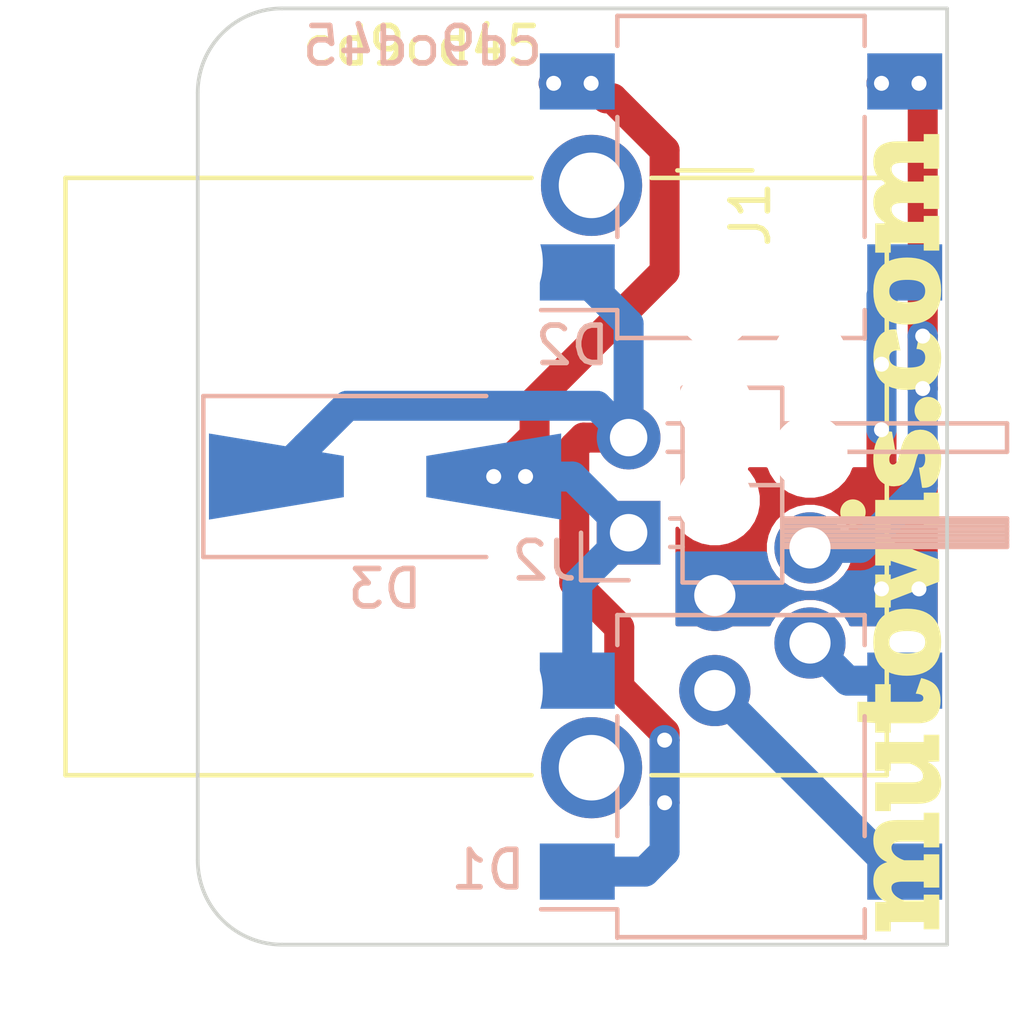
<source format=kicad_pcb>
(kicad_pcb (version 20171130) (host pcbnew 5.1.0-rc1)

  (general
    (thickness 1.6)
    (drawings 8)
    (tracks 71)
    (zones 0)
    (modules 8)
    (nets 8)
  )

  (page A4)
  (layers
    (0 F.Cu signal)
    (31 B.Cu signal)
    (32 B.Adhes user)
    (33 F.Adhes user)
    (34 B.Paste user)
    (35 F.Paste user)
    (36 B.SilkS user)
    (37 F.SilkS user)
    (38 B.Mask user)
    (39 F.Mask user)
    (40 Dwgs.User user)
    (41 Cmts.User user)
    (42 Eco1.User user)
    (43 Eco2.User user)
    (44 Edge.Cuts user)
    (45 Margin user)
    (46 B.CrtYd user)
    (47 F.CrtYd user)
    (48 B.Fab user)
    (49 F.Fab user)
  )

  (setup
    (last_trace_width 0.25)
    (user_trace_width 0.4)
    (user_trace_width 0.8)
    (trace_clearance 0.2)
    (zone_clearance 0.2)
    (zone_45_only no)
    (trace_min 0.2)
    (via_size 0.8)
    (via_drill 0.4)
    (via_min_size 0.4)
    (via_min_drill 0.3)
    (uvia_size 0.3)
    (uvia_drill 0.1)
    (uvias_allowed no)
    (uvia_min_size 0.2)
    (uvia_min_drill 0.1)
    (edge_width 0.1)
    (segment_width 0.2)
    (pcb_text_width 0.3)
    (pcb_text_size 1.5 1.5)
    (mod_edge_width 0.15)
    (mod_text_size 1 1)
    (mod_text_width 0.15)
    (pad_size 2 2)
    (pad_drill 2)
    (pad_to_mask_clearance 0)
    (aux_axis_origin 0 0)
    (visible_elements FFFFFF7F)
    (pcbplotparams
      (layerselection 0x010fc_ffffffff)
      (usegerberextensions false)
      (usegerberattributes false)
      (usegerberadvancedattributes false)
      (creategerberjobfile false)
      (excludeedgelayer true)
      (linewidth 0.100000)
      (plotframeref false)
      (viasonmask false)
      (mode 1)
      (useauxorigin false)
      (hpglpennumber 1)
      (hpglpenspeed 20)
      (hpglpendiameter 15.000000)
      (psnegative false)
      (psa4output false)
      (plotreference true)
      (plotvalue true)
      (plotinvisibletext false)
      (padsonsilk false)
      (subtractmaskfromsilk false)
      (outputformat 1)
      (mirror false)
      (drillshape 0)
      (scaleselection 1)
      (outputdirectory "output/"))
  )

  (net 0 "")
  (net 1 "Net-(D1-Pad4)")
  (net 2 "Net-(D1-Pad3)")
  (net 3 "Net-(D1-Pad2)")
  (net 4 "Net-(D1-Pad1)")
  (net 5 "Net-(D2-Pad3)")
  (net 6 "Net-(D2-Pad4)")
  (net 7 "Net-(J1-PadSH)")

  (net_class Default "This is the default net class."
    (clearance 0.2)
    (trace_width 0.25)
    (via_dia 0.8)
    (via_drill 0.4)
    (uvia_dia 0.3)
    (uvia_drill 0.1)
    (add_net "Net-(D1-Pad1)")
    (add_net "Net-(D1-Pad2)")
    (add_net "Net-(D1-Pad3)")
    (add_net "Net-(D1-Pad4)")
    (add_net "Net-(D2-Pad3)")
    (add_net "Net-(D2-Pad4)")
    (add_net "Net-(J1-PadSH)")
  )

  (module Diode_SMD:Diode_Bridge_Vishay_DFS (layer B.Cu) (tedit 5A4F675E) (tstamp 5C6A2C84)
    (at 14.5 -4.5)
    (descr "SMD diode bridge DFS, see http://www.vishay.com/docs/88854/padlayouts.pdf")
    (tags DFS)
    (path /5C69C5D5)
    (attr smd)
    (fp_text reference D1 (at -6.75 2.5) (layer B.SilkS)
      (effects (font (size 1 1) (thickness 0.15)) (justify mirror))
    )
    (fp_text value DF01M (at 0 -5.2) (layer B.Fab)
      (effects (font (size 1 1) (thickness 0.15)) (justify mirror))
    )
    (fp_line (start 3.302 4.318) (end 3.302 4.318) (layer B.SilkS) (width 0.12))
    (fp_line (start 3.302 3.556) (end 3.302 4.318) (layer B.SilkS) (width 0.12))
    (fp_line (start -5.334 3.556) (end -5.334 3.556) (layer B.SilkS) (width 0.12))
    (fp_line (start -3.302 3.556) (end -5.334 3.556) (layer B.SilkS) (width 0.12))
    (fp_line (start -3.302 4.318) (end -3.302 3.556) (layer B.SilkS) (width 0.12))
    (fp_text user %R (at 0 0.065) (layer B.Fab)
      (effects (font (size 1 1) (thickness 0.15)) (justify mirror))
    )
    (fp_line (start -3.3 -3.5) (end -3.3 -4.3) (layer B.SilkS) (width 0.12))
    (fp_line (start -3.3 -4.3) (end 3.3 -4.3) (layer B.SilkS) (width 0.12))
    (fp_line (start 3.3 -4.3) (end 3.3 -3.5) (layer B.SilkS) (width 0.12))
    (fp_line (start -3.3 1.6) (end -3.3 -1.6) (layer B.SilkS) (width 0.12))
    (fp_line (start 3.3 1.6) (end 3.3 -1.6) (layer B.SilkS) (width 0.12))
    (fp_line (start -3.3 4.3) (end 3.3 4.3) (layer B.SilkS) (width 0.12))
    (fp_line (start 3.2 4.2) (end 3.2 -4.2) (layer B.Fab) (width 0.12))
    (fp_line (start 3.2 -4.2) (end -3.2 -4.2) (layer B.Fab) (width 0.12))
    (fp_line (start -3.2 -4.2) (end -3.2 3.3) (layer B.Fab) (width 0.12))
    (fp_line (start -3.2 3.3) (end -2.3 4.2) (layer B.Fab) (width 0.12))
    (fp_line (start -2.3 4.2) (end 3.2 4.2) (layer B.Fab) (width 0.12))
    (fp_line (start -5.62 4.45) (end 5.62 4.45) (layer B.CrtYd) (width 0.05))
    (fp_line (start -5.62 4.45) (end -5.62 -4.45) (layer B.CrtYd) (width 0.05))
    (fp_line (start 5.62 -4.45) (end 5.62 4.45) (layer B.CrtYd) (width 0.05))
    (fp_line (start 5.62 -4.45) (end -5.62 -4.45) (layer B.CrtYd) (width 0.05))
    (pad 1 smd rect (at -4.37 2.55) (size 2 1.5) (layers B.Cu B.Paste B.Mask)
      (net 4 "Net-(D1-Pad1)"))
    (pad 2 smd rect (at -4.37 -2.55) (size 2 1.5) (layers B.Cu B.Paste B.Mask)
      (net 3 "Net-(D1-Pad2)"))
    (pad 3 smd rect (at 4.37 -2.55) (size 2 1.5) (layers B.Cu B.Paste B.Mask)
      (net 2 "Net-(D1-Pad3)"))
    (pad 4 smd rect (at 4.37 2.55) (size 2 1.5) (layers B.Cu B.Paste B.Mask)
      (net 1 "Net-(D1-Pad4)"))
    (model ${KISYS3DMOD}/Diode_SMD.3dshapes/Diode_Bridge_Vishay_DFS.wrl
      (at (xyz 0 0 0))
      (scale (xyz 1 1 1))
      (rotate (xyz 0 0 0))
    )
  )

  (module Diode_SMD:Diode_Bridge_Vishay_DFS (layer B.Cu) (tedit 5A4F675E) (tstamp 5C6A5447)
    (at 14.5 -20.5)
    (descr "SMD diode bridge DFS, see http://www.vishay.com/docs/88854/padlayouts.pdf")
    (tags DFS)
    (path /5C69AD6E)
    (attr smd)
    (fp_text reference D2 (at -4.5 4.5) (layer B.SilkS)
      (effects (font (size 1 1) (thickness 0.15)) (justify mirror))
    )
    (fp_text value DF01M (at 0 -5.2) (layer B.Fab) hide
      (effects (font (size 1 1) (thickness 0.15)) (justify mirror))
    )
    (fp_line (start 5.62 -4.45) (end -5.62 -4.45) (layer B.CrtYd) (width 0.05))
    (fp_line (start 5.62 -4.45) (end 5.62 4.45) (layer B.CrtYd) (width 0.05))
    (fp_line (start -5.62 4.45) (end -5.62 -4.45) (layer B.CrtYd) (width 0.05))
    (fp_line (start -5.62 4.45) (end 5.62 4.45) (layer B.CrtYd) (width 0.05))
    (fp_line (start -2.3 4.2) (end 3.2 4.2) (layer B.Fab) (width 0.12))
    (fp_line (start -3.2 3.3) (end -2.3 4.2) (layer B.Fab) (width 0.12))
    (fp_line (start -3.2 -4.2) (end -3.2 3.3) (layer B.Fab) (width 0.12))
    (fp_line (start 3.2 -4.2) (end -3.2 -4.2) (layer B.Fab) (width 0.12))
    (fp_line (start 3.2 4.2) (end 3.2 -4.2) (layer B.Fab) (width 0.12))
    (fp_line (start -3.3 4.3) (end 3.3 4.3) (layer B.SilkS) (width 0.12))
    (fp_line (start 3.3 1.6) (end 3.3 -1.6) (layer B.SilkS) (width 0.12))
    (fp_line (start -3.3 1.6) (end -3.3 -1.6) (layer B.SilkS) (width 0.12))
    (fp_line (start 3.3 -4.3) (end 3.3 -3.5) (layer B.SilkS) (width 0.12))
    (fp_line (start -3.3 -4.3) (end 3.3 -4.3) (layer B.SilkS) (width 0.12))
    (fp_line (start -3.3 -3.5) (end -3.3 -4.3) (layer B.SilkS) (width 0.12))
    (fp_text user %R (at 0 0.065) (layer B.Fab)
      (effects (font (size 1 1) (thickness 0.15)) (justify mirror))
    )
    (fp_line (start -3.302 4.318) (end -3.302 3.556) (layer B.SilkS) (width 0.12))
    (fp_line (start -3.302 3.556) (end -5.334 3.556) (layer B.SilkS) (width 0.12))
    (fp_line (start -5.334 3.556) (end -5.334 3.556) (layer B.SilkS) (width 0.12))
    (fp_line (start 3.302 3.556) (end 3.302 4.318) (layer B.SilkS) (width 0.12))
    (fp_line (start 3.302 4.318) (end 3.302 4.318) (layer B.SilkS) (width 0.12))
    (pad 4 smd rect (at 4.37 2.55) (size 2 1.5) (layers B.Cu B.Paste B.Mask)
      (net 6 "Net-(D2-Pad4)"))
    (pad 3 smd rect (at 4.37 -2.55) (size 2 1.5) (layers B.Cu B.Paste B.Mask)
      (net 5 "Net-(D2-Pad3)"))
    (pad 2 smd rect (at -4.37 -2.55) (size 2 1.5) (layers B.Cu B.Paste B.Mask)
      (net 3 "Net-(D1-Pad2)"))
    (pad 1 smd rect (at -4.37 2.55) (size 2 1.5) (layers B.Cu B.Paste B.Mask)
      (net 4 "Net-(D1-Pad1)"))
    (model ${KISYS3DMOD}/Diode_SMD.3dshapes/Diode_Bridge_Vishay_DFS.wrl
      (at (xyz 0 0 0))
      (scale (xyz 1 1 1))
      (rotate (xyz 0 0 0))
    )
  )

  (module Diode_SMD:D_SMA-SMB_Universal_Handsoldering (layer B.Cu) (tedit 5864381A) (tstamp 5C6A1188)
    (at 5 -12.5)
    (descr "Diode, Universal, SMA (DO-214AC) or SMB (DO-214AA), Handsoldering,")
    (tags "Diode Universal SMA (DO-214AC) SMB (DO-214AA) Handsoldering ")
    (path /5C69E6D0)
    (attr smd)
    (fp_text reference D3 (at 0 3) (layer B.SilkS)
      (effects (font (size 1 1) (thickness 0.15)) (justify mirror))
    )
    (fp_text value D_TVS (at 0 -3.1) (layer B.Fab)
      (effects (font (size 1 1) (thickness 0.15)) (justify mirror))
    )
    (fp_line (start -4.85 2.15) (end 2.7 2.15) (layer B.SilkS) (width 0.12))
    (fp_line (start -4.85 -2.15) (end 2.7 -2.15) (layer B.SilkS) (width 0.12))
    (fp_line (start -0.64944 -0.00102) (end 0.50118 0.79908) (layer B.Fab) (width 0.1))
    (fp_line (start -0.64944 -0.00102) (end 0.50118 -0.75032) (layer B.Fab) (width 0.1))
    (fp_line (start 0.50118 -0.75032) (end 0.50118 0.79908) (layer B.Fab) (width 0.1))
    (fp_line (start -0.64944 0.79908) (end -0.64944 -0.80112) (layer B.Fab) (width 0.1))
    (fp_line (start 0.50118 -0.00102) (end 1.4994 -0.00102) (layer B.Fab) (width 0.1))
    (fp_line (start -0.64944 -0.00102) (end -1.55114 -0.00102) (layer B.Fab) (width 0.1))
    (fp_line (start -4.95 -2.25) (end -4.95 2.25) (layer B.CrtYd) (width 0.05))
    (fp_line (start 4.95 -2.25) (end -4.95 -2.25) (layer B.CrtYd) (width 0.05))
    (fp_line (start 4.95 2.25) (end 4.95 -2.25) (layer B.CrtYd) (width 0.05))
    (fp_line (start -4.95 2.25) (end 4.95 2.25) (layer B.CrtYd) (width 0.05))
    (fp_line (start 2.3 1.5) (end -2.3 1.5) (layer B.Fab) (width 0.1))
    (fp_line (start 2.3 1.5) (end 2.3 -1.5) (layer B.Fab) (width 0.1))
    (fp_line (start -2.3 -1.5) (end -2.3 1.5) (layer B.Fab) (width 0.1))
    (fp_line (start 2.3 -1.5) (end -2.3 -1.5) (layer B.Fab) (width 0.1))
    (fp_line (start 2.3 2) (end -2.3 2) (layer B.Fab) (width 0.1))
    (fp_line (start 2.3 2) (end 2.3 -2) (layer B.Fab) (width 0.1))
    (fp_line (start -2.3 -2) (end -2.3 2) (layer B.Fab) (width 0.1))
    (fp_line (start 2.3 -2) (end -2.3 -2) (layer B.Fab) (width 0.1))
    (fp_line (start -4.85 2.15) (end -4.85 -2.15) (layer B.SilkS) (width 0.12))
    (fp_text user %R (at 0 3) (layer B.Fab)
      (effects (font (size 1 1) (thickness 0.15)) (justify mirror))
    )
    (pad 2 smd trapezoid (at 2.9 0 180) (size 3.6 1.7) (rect_delta 0.6 0 ) (layers B.Cu B.Paste B.Mask)
      (net 3 "Net-(D1-Pad2)"))
    (pad 1 smd trapezoid (at -2.9 0) (size 3.6 1.7) (rect_delta 0.6 0 ) (layers B.Cu B.Paste B.Mask)
      (net 4 "Net-(D1-Pad1)"))
    (model ${KISYS3DMOD}/Diode_SMD.3dshapes/D_SMB.wrl
      (at (xyz 0 0 0))
      (scale (xyz 1 1 1))
      (rotate (xyz 0 0 0))
    )
  )

  (module Connector_PinHeader_2.54mm:PinHeader_1x02_P2.54mm_Horizontal (layer B.Cu) (tedit 59FED5CB) (tstamp 5C6A573B)
    (at 11.5 -11)
    (descr "Through hole angled pin header, 1x02, 2.54mm pitch, 6mm pin length, single row")
    (tags "Through hole angled pin header THT 1x02 2.54mm single row")
    (path /5C6AADAA)
    (fp_text reference J2 (at -2.25 0.75) (layer B.SilkS)
      (effects (font (size 1 1) (thickness 0.15)) (justify mirror))
    )
    (fp_text value Conn_01x02 (at 4.385 -4.81) (layer B.Fab)
      (effects (font (size 1 1) (thickness 0.15)) (justify mirror))
    )
    (fp_text user %R (at 2.77 -1.27 -90) (layer B.Fab)
      (effects (font (size 1 1) (thickness 0.15)) (justify mirror))
    )
    (fp_line (start 10.55 1.8) (end -1.8 1.8) (layer B.CrtYd) (width 0.05))
    (fp_line (start 10.55 -4.35) (end 10.55 1.8) (layer B.CrtYd) (width 0.05))
    (fp_line (start -1.8 -4.35) (end 10.55 -4.35) (layer B.CrtYd) (width 0.05))
    (fp_line (start -1.8 1.8) (end -1.8 -4.35) (layer B.CrtYd) (width 0.05))
    (fp_line (start -1.27 1.27) (end 0 1.27) (layer B.SilkS) (width 0.12))
    (fp_line (start -1.27 0) (end -1.27 1.27) (layer B.SilkS) (width 0.12))
    (fp_line (start 1.042929 -2.92) (end 1.44 -2.92) (layer B.SilkS) (width 0.12))
    (fp_line (start 1.042929 -2.16) (end 1.44 -2.16) (layer B.SilkS) (width 0.12))
    (fp_line (start 10.1 -2.92) (end 4.1 -2.92) (layer B.SilkS) (width 0.12))
    (fp_line (start 10.1 -2.16) (end 10.1 -2.92) (layer B.SilkS) (width 0.12))
    (fp_line (start 4.1 -2.16) (end 10.1 -2.16) (layer B.SilkS) (width 0.12))
    (fp_line (start 1.44 -1.27) (end 4.1 -1.27) (layer B.SilkS) (width 0.12))
    (fp_line (start 1.11 -0.38) (end 1.44 -0.38) (layer B.SilkS) (width 0.12))
    (fp_line (start 1.11 0.38) (end 1.44 0.38) (layer B.SilkS) (width 0.12))
    (fp_line (start 4.1 -0.28) (end 10.1 -0.28) (layer B.SilkS) (width 0.12))
    (fp_line (start 4.1 -0.16) (end 10.1 -0.16) (layer B.SilkS) (width 0.12))
    (fp_line (start 4.1 -0.04) (end 10.1 -0.04) (layer B.SilkS) (width 0.12))
    (fp_line (start 4.1 0.08) (end 10.1 0.08) (layer B.SilkS) (width 0.12))
    (fp_line (start 4.1 0.2) (end 10.1 0.2) (layer B.SilkS) (width 0.12))
    (fp_line (start 4.1 0.32) (end 10.1 0.32) (layer B.SilkS) (width 0.12))
    (fp_line (start 10.1 -0.38) (end 4.1 -0.38) (layer B.SilkS) (width 0.12))
    (fp_line (start 10.1 0.38) (end 10.1 -0.38) (layer B.SilkS) (width 0.12))
    (fp_line (start 4.1 0.38) (end 10.1 0.38) (layer B.SilkS) (width 0.12))
    (fp_line (start 4.1 1.33) (end 1.44 1.33) (layer B.SilkS) (width 0.12))
    (fp_line (start 4.1 -3.87) (end 4.1 1.33) (layer B.SilkS) (width 0.12))
    (fp_line (start 1.44 -3.87) (end 4.1 -3.87) (layer B.SilkS) (width 0.12))
    (fp_line (start 1.44 1.33) (end 1.44 -3.87) (layer B.SilkS) (width 0.12))
    (fp_line (start 4.04 -2.86) (end 10.04 -2.86) (layer B.Fab) (width 0.1))
    (fp_line (start 10.04 -2.22) (end 10.04 -2.86) (layer B.Fab) (width 0.1))
    (fp_line (start 4.04 -2.22) (end 10.04 -2.22) (layer B.Fab) (width 0.1))
    (fp_line (start -0.32 -2.86) (end 1.5 -2.86) (layer B.Fab) (width 0.1))
    (fp_line (start -0.32 -2.22) (end -0.32 -2.86) (layer B.Fab) (width 0.1))
    (fp_line (start -0.32 -2.22) (end 1.5 -2.22) (layer B.Fab) (width 0.1))
    (fp_line (start 4.04 -0.32) (end 10.04 -0.32) (layer B.Fab) (width 0.1))
    (fp_line (start 10.04 0.32) (end 10.04 -0.32) (layer B.Fab) (width 0.1))
    (fp_line (start 4.04 0.32) (end 10.04 0.32) (layer B.Fab) (width 0.1))
    (fp_line (start -0.32 -0.32) (end 1.5 -0.32) (layer B.Fab) (width 0.1))
    (fp_line (start -0.32 0.32) (end -0.32 -0.32) (layer B.Fab) (width 0.1))
    (fp_line (start -0.32 0.32) (end 1.5 0.32) (layer B.Fab) (width 0.1))
    (fp_line (start 1.5 0.635) (end 2.135 1.27) (layer B.Fab) (width 0.1))
    (fp_line (start 1.5 -3.81) (end 1.5 0.635) (layer B.Fab) (width 0.1))
    (fp_line (start 4.04 -3.81) (end 1.5 -3.81) (layer B.Fab) (width 0.1))
    (fp_line (start 4.04 1.27) (end 4.04 -3.81) (layer B.Fab) (width 0.1))
    (fp_line (start 2.135 1.27) (end 4.04 1.27) (layer B.Fab) (width 0.1))
    (pad 2 thru_hole oval (at 0 -2.54) (size 1.7 1.7) (drill 1) (layers *.Cu *.Mask)
      (net 4 "Net-(D1-Pad1)"))
    (pad 1 thru_hole rect (at 0 0) (size 1.7 1.7) (drill 1) (layers *.Cu *.Mask)
      (net 3 "Net-(D1-Pad2)"))
    (model ${KISYS3DMOD}/Connector_PinHeader_2.54mm.3dshapes/PinHeader_1x02_P2.54mm_Horizontal.wrl
      (at (xyz 0 0 0))
      (scale (xyz 1 1 1))
      (rotate (xyz 0 0 0))
    )
  )

  (module MountingHole:MountingHole_2.2mm_M2 (layer F.Cu) (tedit 56D1B4CB) (tstamp 5C6A3BDE)
    (at 2.25 -2.25)
    (descr "Mounting Hole 2.2mm, no annular, M2")
    (tags "mounting hole 2.2mm no annular m2")
    (path /5C6B2D81)
    (attr virtual)
    (fp_text reference H1 (at 0 -3.2) (layer F.SilkS) hide
      (effects (font (size 1 1) (thickness 0.15)))
    )
    (fp_text value MountingHole (at 0 3.2) (layer F.Fab)
      (effects (font (size 1 1) (thickness 0.15)))
    )
    (fp_text user %R (at 0.3 0) (layer F.Fab)
      (effects (font (size 1 1) (thickness 0.15)))
    )
    (fp_circle (center 0 0) (end 2.2 0) (layer Cmts.User) (width 0.15))
    (fp_circle (center 0 0) (end 2.45 0) (layer F.CrtYd) (width 0.05))
    (pad 1 np_thru_hole circle (at 0 0) (size 2.2 2.2) (drill 2.2) (layers *.Cu *.Mask))
  )

  (module MountingHole:MountingHole_2.2mm_M2 (layer F.Cu) (tedit 56D1B4CB) (tstamp 5C6A3BE6)
    (at 2.25 -22.75)
    (descr "Mounting Hole 2.2mm, no annular, M2")
    (tags "mounting hole 2.2mm no annular m2")
    (path /5C6B3645)
    (attr virtual)
    (fp_text reference H2 (at 0 -3.2) (layer F.SilkS) hide
      (effects (font (size 1 1) (thickness 0.15)))
    )
    (fp_text value MountingHole (at 0 3.2) (layer F.Fab)
      (effects (font (size 1 1) (thickness 0.15)))
    )
    (fp_circle (center 0 0) (end 2.45 0) (layer F.CrtYd) (width 0.05))
    (fp_circle (center 0 0) (end 2.2 0) (layer Cmts.User) (width 0.15))
    (fp_text user %R (at 0.3 0) (layer F.Fab)
      (effects (font (size 1 1) (thickness 0.15)))
    )
    (pad 1 np_thru_hole circle (at 0 0) (size 2.2 2.2) (drill 2.2) (layers *.Cu *.Mask))
  )

  (module myParts:RJ45_UDE_PoE (layer F.Cu) (tedit 5C69B454) (tstamp 5C6A3C0D)
    (at 16.341 -18.215 270)
    (descr "1 Port RJ45 Connector Through Hole 10/100 Base-T, PoE")
    (tags "RJ45 Magjack")
    (path /5C6BB855)
    (fp_text reference J1 (at -1.285 1.591 90) (layer F.SilkS)
      (effects (font (size 1 1) (thickness 0.15)))
    )
    (fp_text value UDE_PoE (at 5.715 20.77 270) (layer F.Fab)
      (effects (font (size 1 1) (thickness 0.15)))
    )
    (fp_line (start -1.16 -1.95) (end 13.59 -1.95) (layer F.Fab) (width 0.1))
    (fp_line (start 13.59 -1.95) (end 13.59 19.77) (layer F.Fab) (width 0.1))
    (fp_line (start 13.59 19.77) (end -2.16 19.77) (layer F.Fab) (width 0.1))
    (fp_line (start -2.16 19.77) (end -2.16 -0.95) (layer F.Fab) (width 0.1))
    (fp_line (start -2.16 -0.95) (end -1.16 -1.95) (layer F.Fab) (width 0.1))
    (fp_line (start -2.26 4.23) (end -2.26 -2.05) (layer F.SilkS) (width 0.12))
    (fp_line (start -2.26 -2.05) (end 13.69 -2.05) (layer F.SilkS) (width 0.12))
    (fp_line (start 13.69 -2.05) (end 13.69 4.23) (layer F.SilkS) (width 0.12))
    (fp_line (start 13.69 7.43) (end 13.69 19.87) (layer F.SilkS) (width 0.12))
    (fp_line (start 13.69 19.87) (end -2.26 19.87) (layer F.SilkS) (width 0.12))
    (fp_line (start -2.26 19.87) (end -2.26 7.43) (layer F.SilkS) (width 0.12))
    (fp_line (start -2.46 1.54) (end -2.46 3.54) (layer F.SilkS) (width 0.12))
    (fp_line (start -3.86 -2.45) (end -3.86 20.27) (layer F.CrtYd) (width 0.05))
    (fp_line (start -3.86 20.27) (end 15.29 20.27) (layer F.CrtYd) (width 0.05))
    (fp_line (start 15.29 20.27) (end 15.29 -2.45) (layer F.CrtYd) (width 0.05))
    (fp_line (start 15.29 -2.45) (end -3.86 -2.45) (layer F.CrtYd) (width 0.05))
    (fp_text user %R (at -1.285 1.591 270) (layer F.Fab)
      (effects (font (size 1 1) (thickness 0.15)))
    )
    (pad "" np_thru_hole circle (at 2.54 0 270) (size 2 2) (drill 2) (layers *.Cu *.Mask))
    (pad "" np_thru_hole circle (at 3.81 2.54 270) (size 2 2) (drill 2) (layers *.Cu *.Mask))
    (pad "" np_thru_hole circle (at 5.08 0 270) (size 2 2) (drill 2) (layers *.Cu *.Mask))
    (pad "" np_thru_hole circle (at 6.35 2.54 270) (size 2 2) (drill 2) (layers *.Cu *.Mask))
    (pad R7 thru_hole circle (at 7.62 0 270) (size 1.9 1.9) (drill 1.1) (layers *.Cu *.Mask)
      (net 5 "Net-(D2-Pad3)"))
    (pad R8 thru_hole circle (at 8.89 2.54 270) (size 1.9 1.9) (drill 1.1) (layers *.Cu *.Mask)
      (net 6 "Net-(D2-Pad4)"))
    (pad R9 thru_hole circle (at 10.16 0 270) (size 1.9 1.9) (drill 1.1) (layers *.Cu *.Mask)
      (net 2 "Net-(D1-Pad3)"))
    (pad "" np_thru_hole circle (at 12.04 12.26 270) (size 2 2) (drill 2) (layers *.Cu *.Mask))
    (pad "" np_thru_hole circle (at 9.5 13.78 270) (size 2 2) (drill 2) (layers *.Cu *.Mask))
    (pad "" np_thru_hole circle (at 1.93 12.26 270) (size 2 2) (drill 2) (layers *.Cu *.Mask))
    (pad "" np_thru_hole circle (at -0.61 13.78 270) (size 2 2) (drill 2) (layers *.Cu *.Mask))
    (pad SH thru_hole circle (at -2.06 5.83 270) (size 2.7 2.7) (drill 1.75) (layers *.Cu *.Mask)
      (net 7 "Net-(J1-PadSH)"))
    (pad SH thru_hole circle (at 13.49 5.83 270) (size 2.7 2.7) (drill 1.75) (layers *.Cu *.Mask)
      (net 7 "Net-(J1-PadSH)"))
    (pad "" np_thru_hole circle (at 0 8.88 270) (size 3.5 3.5) (drill 3.5) (layers *.Cu *.Mask))
    (pad "" np_thru_hole circle (at 11.43 8.88 270) (size 3.5 3.5) (drill 3.5) (layers *.Cu *.Mask))
    (pad R10 thru_hole circle (at 11.43 2.54 270) (size 1.9 1.9) (drill 1.1) (layers *.Cu *.Mask)
      (net 1 "Net-(D1-Pad4)"))
    (pad "" np_thru_hole circle (at 0 0 270) (size 2 2) (drill 2) (layers *.Cu *.Mask))
    (pad "" np_thru_hole circle (at 1.27 2.54 270) (size 2 2) (drill 2) (layers *.Cu *.Mask))
    (model ${KISYS3DMOD}/Connector_RJ.3dshapes/RJ45_Amphenol_RJMG1BD3B8K1ANR.wrl
      (at (xyz 0 0 0))
      (scale (xyz 1 1 1))
      (rotate (xyz 0 0 0))
    )
  )

  (module logo:text (layer F.Cu) (tedit 5C1C3C15) (tstamp 5C6A6817)
    (at 18.5 -11 90)
    (descr "Imported from refined_output/text.svg")
    (tags svg2mod)
    (path /5C6CC740)
    (attr smd)
    (fp_text reference G1 (at 0 -4.40002 90) (layer F.SilkS) hide
      (effects (font (size 1.524 1.524) (thickness 0.3048)))
    )
    (fp_text value grey@mutovis.com (at 0 4.40002 90) (layer F.SilkS) hide
      (effects (font (size 1.524 1.524) (thickness 0.3048)))
    )
    (fp_poly (pts (xy 0.59195 -0.674985) (xy 0.63354 -0.682812) (xy 0.673097 -0.695459) (xy 0.710322 -0.712582)
      (xy 0.744908 -0.733863) (xy 0.77656 -0.758964) (xy 0.804968 -0.787555) (xy 0.829834 -0.819307)
      (xy 0.85086 -0.853891) (xy 0.867735 -0.890967) (xy 0.880166 -0.930213) (xy 0.887846 -0.971292)
      (xy 0.890468 -1.013882) (xy 0.887846 -1.056408) (xy 0.880166 -1.097332) (xy 0.867735 -1.136331)
      (xy 0.85086 -1.173098) (xy 0.829834 -1.207316) (xy 0.804968 -1.238683) (xy 0.77656 -1.266877)
      (xy 0.744908 -1.291594) (xy 0.710322 -1.312515) (xy 0.673097 -1.329329) (xy 0.63354 -1.341725)
      (xy 0.59195 -1.349395) (xy 0.548629 -1.35202) (xy 0.506037 -1.349395) (xy 0.464947 -1.341725)
      (xy 0.42568 -1.329329) (xy 0.388578 -1.312515) (xy 0.35397 -1.291594) (xy 0.322191 -1.266877)
      (xy 0.293566 -1.238683) (xy 0.268436 -1.207316) (xy 0.247131 -1.173098) (xy 0.229981 -1.136331)
      (xy 0.217316 -1.097332) (xy 0.209475 -1.056408) (xy 0.206786 -1.013882) (xy 0.209475 -0.971292)
      (xy 0.217316 -0.930213) (xy 0.229981 -0.890967) (xy 0.247131 -0.853891) (xy 0.268436 -0.819307)
      (xy 0.293566 -0.787555) (xy 0.322191 -0.758964) (xy 0.35397 -0.733863) (xy 0.388578 -0.712582)
      (xy 0.42568 -0.695459) (xy 0.464947 -0.682812) (xy 0.506037 -0.674985) (xy 0.548629 -0.672305)
      (xy 0.59195 -0.674985)) (layer F.SilkS) (width 0))
    (fp_poly (pts (xy -4.394822 1.321857) (xy -4.313568 1.310255) (xy -4.241681 1.29147) (xy -4.178472 1.265958)
      (xy -4.123174 1.234169) (xy -4.075099 1.196553) (xy -4.033507 1.153574) (xy -3.997709 1.105677)
      (xy -3.966964 1.053318) (xy -3.940532 0.996946) (xy -3.917725 0.937018) (xy -3.897802 0.873984)
      (xy -3.880048 0.808303) (xy -4.298884 0.66278) (xy -4.300815 0.686241) (xy -4.303302 0.709423)
      (xy -4.306504 0.73205) (xy -4.310631 0.753842) (xy -4.315791 0.774519) (xy -4.32222 0.79381)
      (xy -4.330078 0.811428) (xy -4.339497 0.827099) (xy -4.350663 0.840543) (xy -4.36376 0.851489)
      (xy -4.378973 0.859648) (xy -4.396436 0.864747) (xy -4.416359 0.866512) (xy -4.432472 0.865615)
      (xy -4.446971 0.862966) (xy -4.459883 0.858614) (xy -4.471286 0.852608) (xy -4.481235 0.844988)
      (xy -4.489781 0.835817) (xy -4.496977 0.825131) (xy -4.502904 0.812989) (xy -4.50764 0.799437)
      (xy -4.511186 0.784523) (xy -4.513673 0.768293) (xy -4.515101 0.750804) (xy -4.515578 0.732101)
      (xy -4.515578 -0.002908) (xy -4.045413 -0.002908) (xy -4.045413 -0.418302) (xy -4.515578 -0.418302)
      (xy -4.515578 -0.892438) (xy -5.048448 -0.892438) (xy -5.081521 -0.418302) (xy -5.338961 -0.418302)
      (xy -5.338961 -0.002908) (xy -5.08893 -0.002908) (xy -5.08893 0.732101) (xy -5.086231 0.801773)
      (xy -5.077897 0.870221) (xy -5.063477 0.936682) (xy -5.042495 1.000407) (xy -5.014529 1.060637)
      (xy -4.979128 1.116609) (xy -4.935868 1.167578) (xy -4.884301 1.21278) (xy -4.823949 1.251459)
      (xy -4.754417 1.282863) (xy -4.675254 1.306225) (xy -4.585983 1.320799) (xy -4.486209 1.325826)
      (xy -4.394822 1.321857)) (layer F.SilkS) (width 0))
    (fp_poly (pts (xy 8.458742 0.87683) (xy 8.300786 0.87683) (xy 8.300786 0.36592) (xy 8.308882 0.340607)
      (xy 8.319677 0.310966) (xy 8.333224 0.278099) (xy 8.349628 0.243108) (xy 8.368969 0.207108)
      (xy 8.391353 0.171197) (xy 8.416779 0.136485) (xy 8.445407 0.104082) (xy 8.47729 0.075087)
      (xy 8.512506 0.050609) (xy 8.551108 0.031755) (xy 8.59323 0.019635) (xy 8.638924 0.015348)
      (xy 8.6648 0.017165) (xy 8.688268 0.022591) (xy 8.709409 0.03161) (xy 8.728221 0.044202)
      (xy 8.74481 0.060351) (xy 8.759256 0.080024) (xy 8.771559 0.10321) (xy 8.781799 0.129888)
      (xy 8.790054 0.16003) (xy 8.796377 0.193615) (xy 8.800796 0.230633) (xy 8.803415 0.271049)
      (xy 8.804288 0.314853) (xy 8.804288 0.87683) (xy 8.646332 0.87683) (xy 8.646332 1.291962)
      (xy 9.535597 1.291962) (xy 9.535597 0.87683) (xy 9.377376 0.87683) (xy 9.377376 0.355334)
      (xy 9.386266 0.32954) (xy 9.397696 0.299973) (xy 9.411745 0.267642) (xy 9.428493 0.233572)
      (xy 9.447993 0.198775) (xy 9.470324 0.164265) (xy 9.495565 0.131063) (xy 9.52377 0.100182)
      (xy 9.555017 0.072636) (xy 9.58936 0.049442) (xy 9.626904 0.031618) (xy 9.667703 0.020181)
      (xy 9.711809 0.016143) (xy 9.737738 0.017891) (xy 9.76126 0.023144) (xy 9.7824 0.031909)
      (xy 9.801238 0.044202) (xy 9.817828 0.060028) (xy 9.832221 0.079403) (xy 9.844524 0.10233)
      (xy 9.854763 0.128822) (xy 9.862992 0.158891) (xy 9.869289 0.192546) (xy 9.873708 0.229793)
      (xy 9.876327 0.270646) (xy 9.877174 0.31512) (xy 9.877174 0.87683) (xy 9.719217 0.87683)
      (xy 9.719217 1.291962) (xy 10.645259 1.291962) (xy 10.645259 0.87683) (xy 10.450526 0.87683)
      (xy 10.450526 0.169332) (xy 10.445446 0.053282) (xy 10.430867 -0.048307) (xy 10.407663 -0.136342)
      (xy 10.376786 -0.211721) (xy 10.33911 -0.275345) (xy 10.295559 -0.328111) (xy 10.247061 -0.370918)
      (xy 10.194515 -0.404668) (xy 10.13882 -0.430269) (xy 10.080929 -0.44861) (xy 10.021742 -0.460596)
      (xy 9.962158 -0.467123) (xy 9.903103 -0.469102) (xy 9.816002 -0.464475) (xy 9.737606 -0.451412)
      (xy 9.667491 -0.431116) (xy 9.605182 -0.404806) (xy 9.550307 -0.373704) (xy 9.502391 -0.339015)
      (xy 9.461037 -0.301957) (xy 9.425768 -0.263746) (xy 9.396188 -0.225593) (xy 9.371872 -0.188718)
      (xy 9.352346 -0.154333) (xy 9.337212 -0.123654) (xy 9.326047 -0.097892) (xy 9.306706 -0.159032)
      (xy 9.282919 -0.213789) (xy 9.254953 -0.26242) (xy 9.223229 -0.305196) (xy 9.188013 -0.342362)
      (xy 9.149675 -0.374183) (xy 9.108586 -0.400922) (xy 9.065035 -0.422835) (xy 9.019368 -0.440183)
      (xy 8.971955 -0.453225) (xy 8.923139 -0.462218) (xy 8.873212 -0.467427) (xy 8.822544 -0.469102)
      (xy 8.740921 -0.464964) (xy 8.667022 -0.453211) (xy 8.600453 -0.43486) (xy 8.540922 -0.410897)
      (xy 8.488005 -0.382337) (xy 8.441359 -0.350185) (xy 8.40064 -0.315443) (xy 8.36545 -0.279108)
      (xy 8.335473 -0.242188) (xy 8.310338 -0.205686) (xy 8.289674 -0.17061) (xy 8.273111 -0.137961)
      (xy 8.260305 -0.10874) (xy 8.260305 -0.418302) (xy 7.477667 -0.418302) (xy 7.477667 -0.002908)
      (xy 7.727434 -0.002908) (xy 7.727434 0.87683) (xy 7.532701 0.87683) (xy 7.532701 1.291962)
      (xy 8.458742 1.291962) (xy 8.458742 0.87683)) (layer F.SilkS) (width 0))
    (fp_poly (pts (xy -9.664184 0.87683) (xy -9.82214 0.87683) (xy -9.82214 0.36592) (xy -9.814044 0.340607)
      (xy -9.803249 0.310966) (xy -9.789702 0.278099) (xy -9.773272 0.243108) (xy -9.753931 0.207108)
      (xy -9.731573 0.171197) (xy -9.706121 0.136485) (xy -9.677519 0.104082) (xy -9.645637 0.075087)
      (xy -9.610421 0.050609) (xy -9.571792 0.031755) (xy -9.529696 0.019635) (xy -9.484003 0.015348)
      (xy -9.458127 0.017165) (xy -9.434632 0.022591) (xy -9.413518 0.03161) (xy -9.394706 0.044202)
      (xy -9.37809 0.060351) (xy -9.36367 0.080024) (xy -9.351367 0.10321) (xy -9.341128 0.129888)
      (xy -9.332873 0.16003) (xy -9.326549 0.193615) (xy -9.322104 0.230633) (xy -9.319485 0.271049)
      (xy -9.318638 0.314853) (xy -9.318638 0.87683) (xy -9.476594 0.87683) (xy -9.476594 1.291962)
      (xy -8.58733 1.291962) (xy -8.58733 0.87683) (xy -8.745551 0.87683) (xy -8.745551 0.355334)
      (xy -8.736661 0.32954) (xy -8.725231 0.299973) (xy -8.711181 0.267642) (xy -8.694433 0.233572)
      (xy -8.674933 0.198775) (xy -8.652603 0.164265) (xy -8.627361 0.131063) (xy -8.599157 0.100182)
      (xy -8.567909 0.072636) (xy -8.53354 0.049442) (xy -8.496022 0.031618) (xy -8.455223 0.020181)
      (xy -8.411117 0.016143) (xy -8.385188 0.017891) (xy -8.361667 0.023144) (xy -8.340527 0.031909)
      (xy -8.321688 0.044202) (xy -8.305099 0.060028) (xy -8.290679 0.079403) (xy -8.278402 0.10233)
      (xy -8.268163 0.128822) (xy -8.259934 0.158891) (xy -8.253637 0.192546) (xy -8.249219 0.229793)
      (xy -8.246599 0.270646) (xy -8.245753 0.31512) (xy -8.245753 0.87683) (xy -8.403709 0.87683)
      (xy -8.403709 1.291962) (xy -7.477667 1.291962) (xy -7.477667 0.87683) (xy -7.672401 0.87683)
      (xy -7.672401 0.169332) (xy -7.677454 0.053282) (xy -7.692059 -0.048307) (xy -7.715263 -0.136342)
      (xy -7.74614 -0.211721) (xy -7.783817 -0.275345) (xy -7.827367 -0.328111) (xy -7.875865 -0.370918)
      (xy -7.928412 -0.404668) (xy -7.984106 -0.430269) (xy -8.041971 -0.44861) (xy -8.101184 -0.460596)
      (xy -8.160769 -0.467123) (xy -8.219824 -0.469102) (xy -8.306924 -0.464475) (xy -8.385321 -0.451412)
      (xy -8.455435 -0.431116) (xy -8.517718 -0.404806) (xy -8.572619 -0.373704) (xy -8.620509 -0.339015)
      (xy -8.661889 -0.301957) (xy -8.697158 -0.263746) (xy -8.726739 -0.225593) (xy -8.751054 -0.188718)
      (xy -8.77058 -0.154333) (xy -8.785714 -0.123654) (xy -8.79688 -0.097892) (xy -8.816194 -0.159032)
      (xy -8.840007 -0.213789) (xy -8.867947 -0.26242) (xy -8.899697 -0.305196) (xy -8.934913 -0.342362)
      (xy -8.973225 -0.374183) (xy -9.014341 -0.400922) (xy -9.057891 -0.422835) (xy -9.103558 -0.440183)
      (xy -9.150972 -0.453225) (xy -9.199787 -0.462218) (xy -9.249714 -0.467427) (xy -9.300382 -0.469102)
      (xy -9.382006 -0.464964) (xy -9.455904 -0.453211) (xy -9.522447 -0.43486) (xy -9.582004 -0.410897)
      (xy -9.634921 -0.382337) (xy -9.681567 -0.350185) (xy -9.722287 -0.315443) (xy -9.757476 -0.279108)
      (xy -9.787427 -0.242188) (xy -9.812589 -0.205686) (xy -9.833253 -0.17061) (xy -9.849816 -0.137961)
      (xy -9.862622 -0.10874) (xy -9.862622 -0.418302) (xy -10.645259 -0.418302) (xy -10.645259 -0.002908)
      (xy -10.395492 -0.002908) (xy -10.395492 0.87683) (xy -10.590226 0.87683) (xy -10.590226 1.291962)
      (xy -9.664184 1.291962) (xy -9.664184 0.87683)) (layer F.SilkS) (width 0))
    (fp_poly (pts (xy 6.399728 0.912353) (xy 6.60994 1.335605) (xy 6.741941 1.314724) (xy 6.858807 1.281)
      (xy 6.961174 1.235314) (xy 7.049783 1.178556) (xy 7.125348 1.111598) (xy 7.188531 1.035326)
      (xy 7.240072 0.950628) (xy 7.280659 0.858376) (xy 7.311006 0.759461) (xy 7.331803 0.654758)
      (xy 7.343788 0.545157) (xy 7.347598 0.431534) (xy 7.344132 0.323812) (xy 7.333099 0.218602)
      (xy 7.313573 0.116961) (xy 7.284654 0.019962) (xy 7.245443 -0.071343) (xy 7.195013 -0.155887)
      (xy 7.132466 -0.232606) (xy 7.056848 -0.300444) (xy 6.967286 -0.358324) (xy 6.862855 -0.405197)
      (xy 6.742628 -0.43999) (xy 6.605733 -0.461649) (xy 6.45119 -0.469102) (xy 6.299584 -0.461887)
      (xy 6.164778 -0.440895) (xy 6.045981 -0.407073) (xy 5.942317 -0.361401) (xy 5.853046 -0.304836)
      (xy 5.777296 -0.238343) (xy 5.714299 -0.162887) (xy 5.663234 -0.07943) (xy 5.623256 0.011064)
      (xy 5.593596 0.107631) (xy 5.573408 0.209304) (xy 5.561899 0.315123) (xy 5.558221 0.424126)
      (xy 5.562084 0.535743) (xy 5.574096 0.644238) (xy 5.595051 0.748608) (xy 5.625716 0.847843)
      (xy 5.666806 0.940921) (xy 5.719114 1.026841) (xy 5.783355 1.104586) (xy 5.860322 1.173145)
      (xy 5.950731 1.231507) (xy 6.055347 1.278664) (xy 6.174938 1.313597) (xy 6.310273 1.3353)
      (xy 6.462038 1.342759) (xy 6.60994 1.335605) (xy 6.399728 0.912353) (xy 6.351707 0.900299)
      (xy 6.310114 0.880998) (xy 6.274528 0.855098) (xy 6.244524 0.823239) (xy 6.219679 0.786073)
      (xy 6.199545 0.744248) (xy 6.18367 0.698401) (xy 6.171684 0.649188) (xy 6.163085 0.597245)
      (xy 6.157502 0.543228) (xy 6.15446 0.487777) (xy 6.153534 0.431534) (xy 6.15446 0.376207)
      (xy 6.157476 0.321756) (xy 6.163059 0.268809) (xy 6.171578 0.217972) (xy 6.183484 0.169865)
      (xy 6.199201 0.125108) (xy 6.219124 0.084316) (xy 6.24373 0.04811) (xy 6.27339 0.017104)
      (xy 6.308527 -0.008088) (xy 6.349616 -0.026849) (xy 6.39703 -0.038553) (xy 6.45119 -0.042594)
      (xy 6.506117 -0.038553) (xy 6.554139 -0.026821) (xy 6.595732 -0.007999) (xy 6.631318 0.01731)
      (xy 6.661322 0.048514) (xy 6.686166 0.085018) (xy 6.706301 0.126226) (xy 6.72215 0.171532)
      (xy 6.734162 0.220342) (xy 6.742734 0.272059) (xy 6.748343 0.326084) (xy 6.751386 0.381827)
      (xy 6.752286 0.438678) (xy 6.751386 0.495526) (xy 6.748343 0.551139) (xy 6.742787 0.604939)
      (xy 6.734268 0.656358) (xy 6.722361 0.704809) (xy 6.706645 0.749719) (xy 6.686696 0.79051)
      (xy 6.662116 0.826613) (xy 6.632456 0.857439) (xy 6.597293 0.882418) (xy 6.556229 0.900976)
      (xy 6.508816 0.912536) (xy 6.454629 0.916515) (xy 6.399728 0.912353)) (layer F.SilkS) (width 0))
    (fp_poly (pts (xy 4.778335 1.338774) (xy 4.873294 1.327056) (xy 4.959231 1.307958) (xy 5.036701 1.281833)
      (xy 5.106181 1.249038) (xy 5.168252 1.209925) (xy 5.223391 1.164851) (xy 5.272154 1.114162)
      (xy 5.315016 1.058224) (xy 5.352534 0.997383) (xy 5.385237 0.931991) (xy 5.413626 0.862411)
      (xy 5.438259 0.788989) (xy 4.905388 0.683153) (xy 4.903907 0.715802) (xy 4.899488 0.746288)
      (xy 4.892265 0.774532) (xy 4.882264 0.800453) (xy 4.86959 0.82398) (xy 4.854297 0.84503)
      (xy 4.836517 0.863527) (xy 4.816277 0.879394) (xy 4.793681 0.892552) (xy 4.76881 0.902918)
      (xy 4.741717 0.910419) (xy 4.712533 0.914978) (xy 4.681286 0.916515) (xy 4.637683 0.913859)
      (xy 4.598366 0.905887) (xy 4.563229 0.892586) (xy 4.532088 0.873947) (xy 4.504809 0.849962)
      (xy 4.481288 0.82062) (xy 4.461338 0.785909) (xy 4.444854 0.745819) (xy 4.431678 0.70034)
      (xy 4.421677 0.649463) (xy 4.414692 0.593179) (xy 4.410617 0.531475) (xy 4.409294 0.464342)
      (xy 4.409824 0.407735) (xy 4.411834 0.351252) (xy 4.415803 0.295665) (xy 4.422312 0.241735)
      (xy 4.431837 0.190228) (xy 4.44496 0.141915) (xy 4.462158 0.097558) (xy 4.484013 0.057924)
      (xy 4.511 0.023782) (xy 4.543703 -0.004107) (xy 4.582623 -0.02498) (xy 4.628317 -0.038065)
      (xy 4.681286 -0.042594) (xy 4.702479 -0.041601) (xy 4.723567 -0.038509) (xy 4.744257 -0.033163)
      (xy 4.764259 -0.025396) (xy 4.783309 -0.015048) (xy 4.801142 -0.001964) (xy 4.817467 0.014028)
      (xy 4.832046 0.033075) (xy 4.844561 0.055349) (xy 4.8548 0.081009) (xy 4.86242 0.110219)
      (xy 4.867209 0.143134) (xy 4.868505 0.215203) (xy 4.865965 0.250516) (xy 4.865172 0.256382)
      (xy 5.427411 0.143405) (xy 5.430745 0.10797) (xy 5.431115 0.077788) (xy 5.425824 0.000063)
      (xy 5.410293 -0.072207) (xy 5.384946 -0.138886) (xy 5.350232 -0.19984) (xy 5.306576 -0.254943)
      (xy 5.254427 -0.304058) (xy 5.194207 -0.34705) (xy 5.126395 -0.383793) (xy 5.051438 -0.414151)
      (xy 4.969735 -0.437995) (xy 4.881734 -0.45519) (xy 4.787913 -0.465602) (xy 4.688694 -0.469102)
      (xy 4.575691 -0.465017) (xy 4.467794 -0.452344) (xy 4.365691 -0.430463) (xy 4.270097 -0.39875)
      (xy 4.181647 -0.356586) (xy 4.101055 -0.303351) (xy 4.028982 -0.23842) (xy 3.966117 -0.161175)
      (xy 3.913174 -0.070992) (xy 3.870788 0.032744) (xy 3.839673 0.150668) (xy 3.820517 0.283391)
      (xy 3.813982 0.431534) (xy 3.818692 0.560349) (xy 3.833006 0.68029) (xy 3.857056 0.791108)
      (xy 3.891055 0.892555) (xy 3.935161 0.984386) (xy 3.989559 1.066341) (xy 4.054435 1.138183)
      (xy 4.129974 1.199654) (xy 4.21636 1.250507) (xy 4.313753 1.290493) (xy 4.422365 1.319362)
      (xy 4.542327 1.336867) (xy 4.673878 1.342759) (xy 4.778335 1.338774)) (layer F.SilkS) (width 0))
    (fp_poly (pts (xy 2.052373 1.339738) (xy 2.149946 1.330575) (xy 2.242717 1.315118) (xy 2.329982 1.293221)
      (xy 2.411037 1.264731) (xy 2.485189 1.229502) (xy 2.551726 1.187377) (xy 2.609943 1.13822)
      (xy 2.659155 1.081869) (xy 2.698657 1.018179) (xy 2.727735 0.947001) (xy 2.7457 0.868184)
      (xy 2.751865 0.78158) (xy 2.736122 0.649522) (xy 2.69236 0.542384) (xy 2.625659 0.456847)
      (xy 2.541117 0.38959) (xy 2.443819 0.3373) (xy 2.338874 0.296652) (xy 2.231385 0.26434)
      (xy 2.029142 0.21142) (xy 1.944592 0.184185) (xy 1.877886 0.152) (xy 1.834126 0.111555)
      (xy 1.818405 0.059531) (xy 1.81901 0.048445) (xy 1.820915 0.037286) (xy 1.824231 0.02622)
      (xy 1.829086 0.015409) (xy 1.835595 0.005021) (xy 1.843884 -0.004769) (xy 1.85407 -0.013797)
      (xy 1.866273 -0.0219) (xy 1.880621 -0.028904) (xy 1.897227 -0.034641) (xy 1.91621 -0.038949)
      (xy 1.9377 -0.041654) (xy 1.961806 -0.042594) (xy 1.986963 -0.04146) (xy 2.009942 -0.038161)
      (xy 2.03077 -0.032873) (xy 2.049476 -0.025763) (xy 2.066092 -0.016998) (xy 2.080641 -0.006748)
      (xy 2.093161 0.004815) (xy 2.103676 0.017524) (xy 2.112208 0.031206) (xy 2.118802 0.0457)
      (xy 2.123474 0.060831) (xy 2.12625 0.076435) (xy 2.126594 0.111971) (xy 2.12426 0.12623)
      (xy 2.123469 0.12885) (xy 2.696832 0.030161) (xy 2.703076 -0.018056) (xy 2.703976 -0.039155)
      (xy 2.698261 -0.100553) (xy 2.681645 -0.15757) (xy 2.654737 -0.210107) (xy 2.618251 -0.258076)
      (xy 2.572853 -0.301388) (xy 2.519198 -0.339949) (xy 2.457969 -0.373662) (xy 2.389836 -0.402443)
      (xy 2.31548 -0.426195) (xy 2.235568 -0.444829) (xy 2.150769 -0.458254) (xy 2.061763 -0.466377)
      (xy 1.969214 -0.469102) (xy 1.861487 -0.465234) (xy 1.762268 -0.453831) (xy 1.671574 -0.435177)
      (xy 1.589434 -0.409574) (xy 1.515856 -0.377316) (xy 1.450864 -0.3387) (xy 1.394481 -0.29402)
      (xy 1.346716 -0.243566) (xy 1.307595 -0.18764) (xy 1.277133 -0.126528) (xy 1.255353 -0.060536)
      (xy 1.242272 0.010051) (xy 1.237909 0.084929) (xy 1.253503 0.219898) (xy 1.296921 0.330466)
      (xy 1.363094 0.419705) (xy 1.446972 0.490687) (xy 1.543497 0.54648) (xy 1.647611 0.590154)
      (xy 1.754248 0.624783) (xy 1.858362 0.653427) (xy 1.954887 0.679163) (xy 2.038765 0.705055)
      (xy 2.104938 0.73418) (xy 2.148356 0.769598) (xy 2.16395 0.814386) (xy 2.162477 0.829737)
      (xy 2.158169 0.843803) (xy 2.151197 0.856593) (xy 2.141739 0.868115) (xy 2.129962 0.878381)
      (xy 2.116037 0.887401) (xy 2.100138 0.895185) (xy 2.082435 0.901744) (xy 2.063104 0.907088)
      (xy 2.042316 0.911226) (xy 2.020242 0.914174) (xy 1.997051 0.915931) (xy 1.972921 0.916515)
      (xy 1.936446 0.915375) (xy 1.903288 0.912044) (xy 1.873382 0.906662) (xy 1.846657 0.899365)
      (xy 1.823043 0.890303) (xy 1.802469 0.879603) (xy 1.784869 0.867411) (xy 1.770163 0.85387)
      (xy 1.758294 0.839111) (xy 1.749182 0.823281) (xy 1.74276 0.806515) (xy 1.738961 0.788949)
      (xy 1.737942 0.76733) (xy 1.741411 0.74877) (xy 1.201129 0.832642) (xy 1.197636 0.863064)
      (xy 1.197427 0.880265) (xy 1.203431 0.950123) (xy 1.220933 1.014049) (xy 1.249153 1.072096)
      (xy 1.287317 1.124332) (xy 1.334654 1.170812) (xy 1.390391 1.211605) (xy 1.45375 1.24676)
      (xy 1.523963 1.276341) (xy 1.60025 1.300413) (xy 1.681842 1.319031) (xy 1.767964 1.332252)
      (xy 1.857841 1.340142) (xy 1.950696 1.342759) (xy 2.052373 1.339738)) (layer F.SilkS) (width 0))
    (fp_poly (pts (xy -2.97774 0.912353) (xy -2.767528 1.335605) (xy -2.635507 1.314724) (xy -2.518661 1.281)
      (xy -2.416286 1.235314) (xy -2.327677 1.178556) (xy -2.252123 1.111598) (xy -2.188932 1.035326)
      (xy -2.137389 0.950628) (xy -2.096799 0.858376) (xy -2.066451 0.759461) (xy -2.045647 0.654758)
      (xy -2.033683 0.545157) (xy -2.029852 0.431534) (xy -2.033326 0.323812) (xy -2.044369 0.218602)
      (xy -2.063888 0.116961) (xy -2.092799 0.019962) (xy -2.132013 -0.071343) (xy -2.182442 -0.155887)
      (xy -2.245003 -0.232606) (xy -2.320608 -0.300444) (xy -2.410169 -0.358324) (xy -2.514603 -0.405197)
      (xy -2.634821 -0.43999) (xy -2.771735 -0.461649) (xy -2.926252 -0.469102) (xy -3.077858 -0.461887)
      (xy -3.212663 -0.440895) (xy -3.331488 -0.407073) (xy -3.435125 -0.361401) (xy -3.524422 -0.304836)
      (xy -3.600146 -0.238343) (xy -3.663143 -0.162887) (xy -3.714234 -0.07943) (xy -3.754186 0.011064)
      (xy -3.783872 0.107631) (xy -3.80406 0.209304) (xy -3.815569 0.315123) (xy -3.819221 0.424126)
      (xy -3.815384 0.535743) (xy -3.803372 0.644238) (xy -3.782391 0.748608) (xy -3.751752 0.847843)
      (xy -3.710636 0.940921) (xy -3.658354 1.026841) (xy -3.594113 1.104586) (xy -3.517146 1.173145)
      (xy -3.426738 1.231507) (xy -3.322122 1.278664) (xy -3.202503 1.313597) (xy -3.067196 1.3353)
      (xy -2.915404 1.342759) (xy -2.767528 1.335605) (xy -2.97774 0.912353) (xy -3.025762 0.900299)
      (xy -3.067354 0.880998) (xy -3.102941 0.855098) (xy -3.132944 0.823239) (xy -3.157789 0.786073)
      (xy -3.177924 0.744248) (xy -3.193772 0.698401) (xy -3.205784 0.649188) (xy -3.214357 0.597245)
      (xy -3.219966 0.543228) (xy -3.223009 0.487777) (xy -3.223908 0.431534) (xy -3.223009 0.376207)
      (xy -3.219966 0.321756) (xy -3.21441 0.268809) (xy -3.20589 0.217972) (xy -3.193984 0.169865)
      (xy -3.178268 0.125108) (xy -3.158318 0.084316) (xy -3.133738 0.04811) (xy -3.104078 0.017104)
      (xy -3.068915 -0.008088) (xy -3.027852 -0.026849) (xy -2.980439 -0.038553) (xy -2.926252 -0.042594)
      (xy -2.871351 -0.038553) (xy -2.823303 -0.026821) (xy -2.78171 -0.007999) (xy -2.74615 0.01731)
      (xy -2.716146 0.048514) (xy -2.691289 0.085018) (xy -2.671154 0.126226) (xy -2.6553 0.171532)
      (xy -2.643299 0.220342) (xy -2.634716 0.272059) (xy -2.62912 0.326084) (xy -2.62608 0.381827)
      (xy -2.625164 0.438678) (xy -2.62608 0.495526) (xy -2.629106 0.551139) (xy -2.634676 0.604939)
      (xy -2.643198 0.656358) (xy -2.655104 0.704809) (xy -2.670815 0.749719) (xy -2.690752 0.79051)
      (xy -2.715353 0.826613) (xy -2.745012 0.857439) (xy -2.780149 0.882418) (xy -2.821239 0.900976)
      (xy -2.868652 0.912536) (xy -2.922812 0.916515) (xy -2.97774 0.912353)) (layer F.SilkS) (width 0))
    (fp_poly (pts (xy 1.070388 0.87683) (xy 0.875652 0.87683) (xy 0.875652 -0.418302) (xy 0.052536 -0.418302)
      (xy 0.052536 -0.002908) (xy 0.302302 -0.002908) (xy 0.302302 0.87683) (xy 0.107567 0.87683)
      (xy 0.107567 1.291962) (xy 1.070388 1.291962) (xy 1.070388 0.87683)) (layer F.SilkS) (width 0))
    (fp_poly (pts (xy -0.219024 -0.002908) (xy -0.024292 -0.002908) (xy -0.024292 -0.418302) (xy -0.876776 -0.418302)
      (xy -0.876776 -0.002908) (xy -0.751893 -0.002908) (xy -0.986843 0.710405) (xy -1.244285 -0.002908)
      (xy -1.115695 -0.002908) (xy -1.115695 -0.418302) (xy -1.997554 -0.418302) (xy -1.997554 -0.002908)
      (xy -1.806525 -0.002908) (xy -1.306724 1.291962) (xy -0.71882 1.291962) (xy -0.219024 -0.002908)) (layer F.SilkS) (width 0))
    (fp_poly (pts (xy -6.608405 1.338624) (xy -6.533131 1.326887) (xy -6.465451 1.308551) (xy -6.404967 1.284614)
      (xy -6.351336 1.256084) (xy -6.304134 1.223959) (xy -6.262992 1.189243) (xy -6.227511 1.152939)
      (xy -6.197349 1.116048) (xy -6.172107 1.079573) (xy -6.151391 1.044515) (xy -6.134828 1.011879)
      (xy -6.122022 0.982661) (xy -6.107205 1.291962) (xy -5.394418 1.291962) (xy -5.394418 0.87683)
      (xy -5.589151 0.876299) (xy -5.589151 -0.418302) (xy -6.357236 -0.418302) (xy -6.357236 -0.002908)
      (xy -6.162503 -0.002908) (xy -6.162503 0.500328) (xy -6.171446 0.527155) (xy -6.183061 0.558076)
      (xy -6.197375 0.592004) (xy -6.214441 0.627847) (xy -6.234337 0.664529) (xy -6.257092 0.700957)
      (xy -6.282756 0.736054) (xy -6.311384 0.768727) (xy -6.343002 0.797889) (xy -6.377689 0.822461)
      (xy -6.415498 0.84136) (xy -6.456455 0.853492) (xy -6.500641 0.857778) (xy -6.526517 0.856032)
      (xy -6.549985 0.850777) (xy -6.571126 0.842009) (xy -6.589937 0.829716) (xy -6.606527 0.813886)
      (xy -6.620947 0.794516) (xy -6.633276 0.771587) (xy -6.643516 0.745097) (xy -6.651771 0.715027)
      (xy -6.658094 0.681372) (xy -6.662513 0.644124) (xy -6.665132 0.603267) (xy -6.666005 0.558799)
      (xy -6.666005 -0.418302) (xy -7.433826 -0.418302) (xy -7.433826 -0.002908) (xy -7.239093 -0.002908)
      (xy -7.239093 0.704587) (xy -7.234013 0.820633) (xy -7.219434 0.922212) (xy -7.19623 1.010228)
      (xy -7.165353 1.085584) (xy -7.127677 1.149177) (xy -7.084126 1.201916) (xy -7.035628 1.244689)
      (xy -6.983082 1.278412) (xy -6.927387 1.303984) (xy -6.869496 1.322302) (xy -6.810309 1.334269)
      (xy -6.750725 1.340788) (xy -6.69167 1.342759) (xy -6.608405 1.338624)) (layer F.SilkS) (width 0))
    (fp_poly (pts (xy 3.307808 1.349265) (xy 3.351437 1.341217) (xy 3.393136 1.328191) (xy 3.432612 1.31052)
      (xy 3.469442 1.288517) (xy 3.503282 1.262511) (xy 3.533815 1.232819) (xy 3.560617 1.199768)
      (xy 3.583371 1.163676) (xy 3.60168 1.124864) (xy 3.615227 1.083661) (xy 3.623588 1.040385)
      (xy 3.626472 0.995364) (xy 3.623588 0.949541) (xy 3.615227 0.905472) (xy 3.60168 0.863482)
      (xy 3.583371 0.823914) (xy 3.560617 0.787094) (xy 3.533815 0.753365) (xy 3.503282 0.723044)
      (xy 3.469442 0.69648) (xy 3.432612 0.673996) (xy 3.393136 0.65593) (xy 3.351437 0.642616)
      (xy 3.307808 0.63438) (xy 3.26267 0.631562) (xy 3.217664 0.63438) (xy 3.174378 0.642616)
      (xy 3.133209 0.65593) (xy 3.094421 0.673996) (xy 3.058358 0.69648) (xy 3.025338 0.723044)
      (xy 2.995679 0.753365) (xy 2.969697 0.787094) (xy 2.94771 0.823914) (xy 2.930062 0.863482)
      (xy 2.917071 0.905472) (xy 2.909028 0.949541) (xy 2.906276 0.995364) (xy 2.909028 1.040385)
      (xy 2.917071 1.083661) (xy 2.930062 1.124864) (xy 2.94771 1.163676) (xy 2.969697 1.199768)
      (xy 2.995679 1.232819) (xy 3.025338 1.262511) (xy 3.058358 1.288517) (xy 3.094421 1.31052)
      (xy 3.133209 1.328191) (xy 3.174378 1.341217) (xy 3.217664 1.349265) (xy 3.26267 1.35202)
      (xy 3.307808 1.349265)) (layer F.SilkS) (width 0))
  )

  (gr_text cd9cd45 (at 6 -24) (layer B.SilkS) (tstamp 5C6A720B)
    (effects (font (size 1 1) (thickness 0.15)) (justify mirror))
  )
  (gr_text cd9cd45 (at 6 -24) (layer F.SilkS)
    (effects (font (size 1 1) (thickness 0.15)))
  )
  (gr_arc (start 2.25 -22.75) (end 2.25 -25) (angle -90) (layer Edge.Cuts) (width 0.1))
  (gr_arc (start 2.25 -2.25) (end 0 -2.25) (angle -90) (layer Edge.Cuts) (width 0.1))
  (gr_line (start 20 0) (end 2.25 0) (layer Edge.Cuts) (width 0.1) (tstamp 5C6A2A80))
  (gr_line (start 20 -25) (end 20 0) (layer Edge.Cuts) (width 0.1))
  (gr_line (start 2.25 -25) (end 20 -25) (layer Edge.Cuts) (width 0.1))
  (gr_line (start 0 -2.25) (end 0 -22.75) (layer Edge.Cuts) (width 0.1))

  (segment (start 14.215 -6.785) (end 13.801 -6.785) (width 0.4) (layer B.Cu) (net 1))
  (segment (start 18.636 -1.95) (end 13.801 -6.785) (width 0.8) (layer B.Cu) (net 1))
  (segment (start 18.87 -1.95) (end 18.636 -1.95) (width 0.8) (layer B.Cu) (net 1))
  (segment (start 18.87 -7.05) (end 18.8 -7.05) (width 0.4) (layer B.Cu) (net 2))
  (segment (start 17.346 -7.05) (end 16.341 -8.055) (width 0.8) (layer B.Cu) (net 2))
  (segment (start 18.87 -7.05) (end 17.346 -7.05) (width 0.8) (layer B.Cu) (net 2))
  (via (at 10.5 -23) (size 0.8) (drill 0.4) (layers F.Cu B.Cu) (net 3))
  (via (at 9.5 -23) (size 0.8) (drill 0.4) (layers F.Cu B.Cu) (net 3))
  (segment (start 10.25 -9.75) (end 11.5 -11) (width 0.4) (layer B.Cu) (net 3))
  (segment (start 10.25 -7) (end 10.25 -9.75) (width 0.4) (layer B.Cu) (net 3))
  (segment (start 10.13 -9.63) (end 11.5 -11) (width 0.8) (layer B.Cu) (net 3))
  (segment (start 10.13 -7.05) (end 10.13 -9.63) (width 0.8) (layer B.Cu) (net 3))
  (segment (start 10 -12.5) (end 11.5 -11) (width 0.8) (layer B.Cu) (net 3))
  (segment (start 7.9 -12.5) (end 7.9 -12.5) (width 0.8) (layer B.Cu) (net 3))
  (segment (start 8.75 -12.5) (end 10 -12.5) (width 0.8) (layer B.Cu) (net 3) (tstamp 5C6A5984))
  (via (at 8.75 -12.5) (size 0.8) (drill 0.4) (layers F.Cu B.Cu) (net 3))
  (via (at 7.9 -12.5) (size 0.8) (drill 0.4) (layers F.Cu B.Cu) (net 3))
  (segment (start 9.5 -23) (end 10.5 -23) (width 0.8) (layer F.Cu) (net 3))
  (segment (start 8.99071 -13.59071) (end 7.9 -12.5) (width 0.8) (layer F.Cu) (net 3))
  (segment (start 8.99071 -14.502712) (end 8.99071 -13.59071) (width 0.8) (layer F.Cu) (net 3))
  (segment (start 12.461001 -17.973003) (end 8.99071 -14.502712) (width 0.8) (layer F.Cu) (net 3))
  (segment (start 12.461001 -21.211001) (end 12.461001 -17.973003) (width 0.8) (layer F.Cu) (net 3))
  (segment (start 11.072001 -22.600001) (end 12.461001 -21.211001) (width 0.8) (layer F.Cu) (net 3))
  (segment (start 10.899999 -22.600001) (end 11.072001 -22.600001) (width 0.8) (layer F.Cu) (net 3))
  (segment (start 10.5 -23) (end 10.899999 -22.600001) (width 0.8) (layer F.Cu) (net 3))
  (segment (start 8.75 -12.5) (end 7.9 -12.5) (width 0.8) (layer F.Cu) (net 3))
  (segment (start 11.250001 -6.872001) (end 11.250001 -8.469997) (width 0.8) (layer F.Cu) (net 4))
  (segment (start 11.250001 -8.469997) (end 10.049999 -9.669999) (width 0.8) (layer F.Cu) (net 4))
  (segment (start 12.461001 -5.661001) (end 11.250001 -6.872001) (width 0.8) (layer F.Cu) (net 4))
  (segment (start 10.297919 -13.54) (end 11.5 -13.54) (width 0.8) (layer F.Cu) (net 4))
  (segment (start 10.049999 -9.669999) (end 10.049999 -13.29208) (width 0.8) (layer F.Cu) (net 4))
  (segment (start 12.461001 -3.788999) (end 12.461001 -3.788999) (width 0.8) (layer F.Cu) (net 4))
  (segment (start 10.049999 -13.29208) (end 10.297919 -13.54) (width 0.8) (layer F.Cu) (net 4))
  (segment (start 11.5 -16.58) (end 10.13 -17.95) (width 0.8) (layer B.Cu) (net 4))
  (segment (start 11.5 -13.54) (end 11.5 -16.58) (width 0.8) (layer B.Cu) (net 4))
  (segment (start 3.989999 -14.389999) (end 2.899281 -13.299281) (width 0.8) (layer B.Cu) (net 4))
  (segment (start 2.899281 -13.299281) (end 2.1 -12.5) (width 0.8) (layer B.Cu) (net 4))
  (segment (start 10.650001 -14.389999) (end 3.989999 -14.389999) (width 0.8) (layer B.Cu) (net 4))
  (segment (start 11.5 -13.54) (end 10.650001 -14.389999) (width 0.8) (layer B.Cu) (net 4))
  (segment (start 12.461001 -5.461001) (end 12.461001 -5.661001) (width 0.8) (layer F.Cu) (net 4) (tstamp 5C6A5D1C))
  (via (at 12.461001 -5.461001) (size 0.8) (drill 0.4) (layers F.Cu B.Cu) (net 4))
  (segment (start 12.461001 -3.788999) (end 12.461001 -5.461001) (width 0.8) (layer F.Cu) (net 4) (tstamp 5C6A5D1E))
  (via (at 12.461001 -3.788999) (size 0.8) (drill 0.4) (layers F.Cu B.Cu) (net 4))
  (segment (start 11.93 -1.95) (end 10.13 -1.95) (width 0.8) (layer B.Cu) (net 4))
  (segment (start 12.461001 -2.481001) (end 11.93 -1.95) (width 0.8) (layer B.Cu) (net 4))
  (segment (start 12.461001 -5.461001) (end 12.461001 -2.481001) (width 0.8) (layer B.Cu) (net 4))
  (via (at 19.25 -23) (size 0.8) (drill 0.4) (layers F.Cu B.Cu) (net 5))
  (via (at 18.25 -23) (size 0.8) (drill 0.4) (layers F.Cu B.Cu) (net 5))
  (segment (start 18.25 -23) (end 19.25 -23) (width 0.8) (layer F.Cu) (net 5))
  (segment (start 17.684502 -10.595) (end 19.34999 -12.260488) (width 0.8) (layer B.Cu) (net 5))
  (segment (start 16.341 -10.595) (end 17.684502 -10.595) (width 0.8) (layer B.Cu) (net 5))
  (segment (start 19.34999 -12.260488) (end 19.34999 -14.84999) (width 0.8) (layer B.Cu) (net 5))
  (segment (start 19.34999 -16.25) (end 19.34999 -16.25) (width 0.8) (layer B.Cu) (net 5) (tstamp 5C6A5B48))
  (via (at 19.34999 -16.25) (size 0.8) (drill 0.4) (layers F.Cu B.Cu) (net 5))
  (segment (start 19.34999 -14.84999) (end 19.34999 -16.25) (width 0.8) (layer B.Cu) (net 5) (tstamp 5C6A5B4A))
  (via (at 19.34999 -14.84999) (size 0.8) (drill 0.4) (layers F.Cu B.Cu) (net 5))
  (segment (start 19.34999 -22.90001) (end 19.25 -23) (width 0.8) (layer F.Cu) (net 5))
  (segment (start 19.34999 -14.84999) (end 19.34999 -22.90001) (width 0.8) (layer F.Cu) (net 5))
  (segment (start 18.87 -17.95) (end 18.25 -17.33) (width 0.8) (layer B.Cu) (net 6))
  (segment (start 18.25 -17.33) (end 18.25 -15.5) (width 0.8) (layer B.Cu) (net 6))
  (via (at 19.25 -9.5) (size 0.8) (drill 0.4) (layers F.Cu B.Cu) (net 6))
  (segment (start 18.25 -13.75) (end 18.25 -13.75) (width 0.8) (layer F.Cu) (net 6))
  (segment (start 18.25 -10.5) (end 19.25 -9.5) (width 0.8) (layer F.Cu) (net 6))
  (via (at 18.25 -9.5) (size 0.8) (drill 0.4) (layers F.Cu B.Cu) (net 6))
  (segment (start 18.25 -9.5) (end 19.25 -9.5) (width 0.8) (layer F.Cu) (net 6))
  (segment (start 18.25 -9.5) (end 18.25 -13.75) (width 0.8) (layer F.Cu) (net 6))
  (segment (start 18.25 -15.5) (end 18.25 -13.75) (width 0.8) (layer B.Cu) (net 6) (tstamp 5C6A5C88))
  (via (at 18.25 -15.5) (size 0.8) (drill 0.4) (layers F.Cu B.Cu) (net 6))
  (segment (start 18.25 -13.75) (end 18.25 -15.5) (width 0.8) (layer F.Cu) (net 6))
  (segment (start 18.25 -13.75) (end 18.25 -10.5) (width 0.8) (layer F.Cu) (net 6) (tstamp 5C6A5C8A))
  (via (at 18.25 -13.75) (size 0.8) (drill 0.4) (layers F.Cu B.Cu) (net 6))

  (zone (net 6) (net_name "Net-(D2-Pad4)") (layer F.Cu) (tstamp 5C69C90C) (hatch edge 0.508)
    (connect_pads yes (clearance 0.2))
    (min_thickness 0.1)
    (fill yes (arc_segments 32) (thermal_gap 0.1) (thermal_bridge_width 0.2))
    (polygon
      (pts
        (xy 12.75 -12.75) (xy 19.75 -12.75) (xy 19.75 -8.5) (xy 12.75 -8.5)
      )
    )
    (filled_polygon
      (pts
        (xy 15.233265 -12.542903) (xy 15.370062 -12.338172) (xy 15.544172 -12.164062) (xy 15.748903 -12.027265) (xy 15.976389 -11.933037)
        (xy 16.217886 -11.885) (xy 16.464114 -11.885) (xy 16.705611 -11.933037) (xy 16.933097 -12.027265) (xy 17.137828 -12.164062)
        (xy 17.311938 -12.338172) (xy 17.448735 -12.542903) (xy 17.513807 -12.7) (xy 19.7 -12.7) (xy 19.7 -8.55)
        (xy 17.434835 -8.55) (xy 17.404426 -8.623413) (xy 17.273101 -8.819955) (xy 17.105955 -8.987101) (xy 16.909413 -9.118426)
        (xy 16.691027 -9.208884) (xy 16.45919 -9.255) (xy 16.22281 -9.255) (xy 15.990973 -9.208884) (xy 15.772587 -9.118426)
        (xy 15.576045 -8.987101) (xy 15.408899 -8.819955) (xy 15.277574 -8.623413) (xy 15.247165 -8.55) (xy 12.8 -8.55)
        (xy 12.8 -11.113163) (xy 12.830062 -11.068172) (xy 13.004172 -10.894062) (xy 13.208903 -10.757265) (xy 13.436389 -10.663037)
        (xy 13.677886 -10.615) (xy 13.924114 -10.615) (xy 14.165611 -10.663037) (xy 14.28669 -10.71319) (xy 15.141 -10.71319)
        (xy 15.141 -10.47681) (xy 15.187116 -10.244973) (xy 15.277574 -10.026587) (xy 15.408899 -9.830045) (xy 15.576045 -9.662899)
        (xy 15.772587 -9.531574) (xy 15.990973 -9.441116) (xy 16.22281 -9.395) (xy 16.45919 -9.395) (xy 16.691027 -9.441116)
        (xy 16.909413 -9.531574) (xy 17.105955 -9.662899) (xy 17.273101 -9.830045) (xy 17.404426 -10.026587) (xy 17.494884 -10.244973)
        (xy 17.541 -10.47681) (xy 17.541 -10.71319) (xy 17.494884 -10.945027) (xy 17.404426 -11.163413) (xy 17.273101 -11.359955)
        (xy 17.105955 -11.527101) (xy 16.909413 -11.658426) (xy 16.691027 -11.748884) (xy 16.45919 -11.795) (xy 16.22281 -11.795)
        (xy 15.990973 -11.748884) (xy 15.772587 -11.658426) (xy 15.576045 -11.527101) (xy 15.408899 -11.359955) (xy 15.277574 -11.163413)
        (xy 15.187116 -10.945027) (xy 15.141 -10.71319) (xy 14.28669 -10.71319) (xy 14.393097 -10.757265) (xy 14.597828 -10.894062)
        (xy 14.771938 -11.068172) (xy 14.908735 -11.272903) (xy 15.002963 -11.500389) (xy 15.051 -11.741886) (xy 15.051 -11.988114)
        (xy 15.002963 -12.229611) (xy 14.908735 -12.457097) (xy 14.771938 -12.661828) (xy 14.733766 -12.7) (xy 15.168193 -12.7)
      )
    )
  )
  (zone (net 6) (net_name "Net-(D2-Pad4)") (layer B.Cu) (tstamp 5C69C909) (hatch edge 0.508)
    (connect_pads yes (clearance 0.2))
    (min_thickness 0.1)
    (fill yes (arc_segments 32) (thermal_gap 0.1) (thermal_bridge_width 0.2))
    (polygon
      (pts
        (xy 12.75 -8.5) (xy 19.75 -8.5) (xy 19.75 -10.5) (xy 12.75 -10.5)
      )
    )
    (filled_polygon
      (pts
        (xy 15.187116 -10.244973) (xy 15.277574 -10.026587) (xy 15.408899 -9.830045) (xy 15.576045 -9.662899) (xy 15.772587 -9.531574)
        (xy 15.990973 -9.441116) (xy 16.22281 -9.395) (xy 16.45919 -9.395) (xy 16.691027 -9.441116) (xy 16.909413 -9.531574)
        (xy 17.105955 -9.662899) (xy 17.273101 -9.830045) (xy 17.349911 -9.945) (xy 17.652581 -9.945) (xy 17.684502 -9.941856)
        (xy 17.716423 -9.945) (xy 17.716434 -9.945) (xy 17.811924 -9.954405) (xy 17.93445 -9.991573) (xy 18.04737 -10.05193)
        (xy 18.146345 -10.133157) (xy 18.166702 -10.157962) (xy 18.45874 -10.45) (xy 19.7 -10.45) (xy 19.7 -8.55)
        (xy 17.434835 -8.55) (xy 17.404426 -8.623413) (xy 17.273101 -8.819955) (xy 17.105955 -8.987101) (xy 16.909413 -9.118426)
        (xy 16.691027 -9.208884) (xy 16.45919 -9.255) (xy 16.22281 -9.255) (xy 15.990973 -9.208884) (xy 15.772587 -9.118426)
        (xy 15.576045 -8.987101) (xy 15.408899 -8.819955) (xy 15.277574 -8.623413) (xy 15.247165 -8.55) (xy 12.8 -8.55)
        (xy 12.8 -10.45) (xy 15.146333 -10.45)
      )
    )
  )
)

</source>
